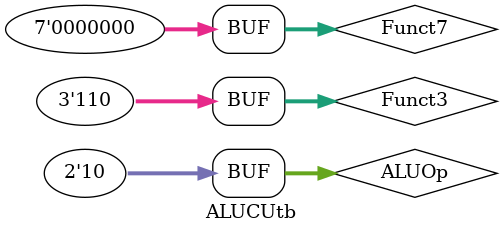
<source format=v>
module ALUCUtb;
  reg[6:0]Funct7;
  reg[2:0]Funct3;
  reg[1:0]ALUOp;
  wire[3:0]ALUControlInput;
  ALUControlUnit uut(Funct7,Funct3,ALUOp,ALUControlInput);
  
  initial begin
    ALUOp=2'b00;
    Funct7=7'bxxxxxxx;
    Funct3=3'bxxx;
    #100 ALUOp=2'b01;
    #100
    ALUOp=2'b10;
    Funct7=7'b0000000;
    Funct3=3'b000;
    #100 
    Funct7=7'b0100000;
    Funct3=3'b000;
    #100 
    Funct7=7'b0000000;
    Funct3=3'b111;
    #100 
    Funct7=7'b0000000;
    Funct3=3'b110;
    #100 ;
  end
endmodule

</source>
